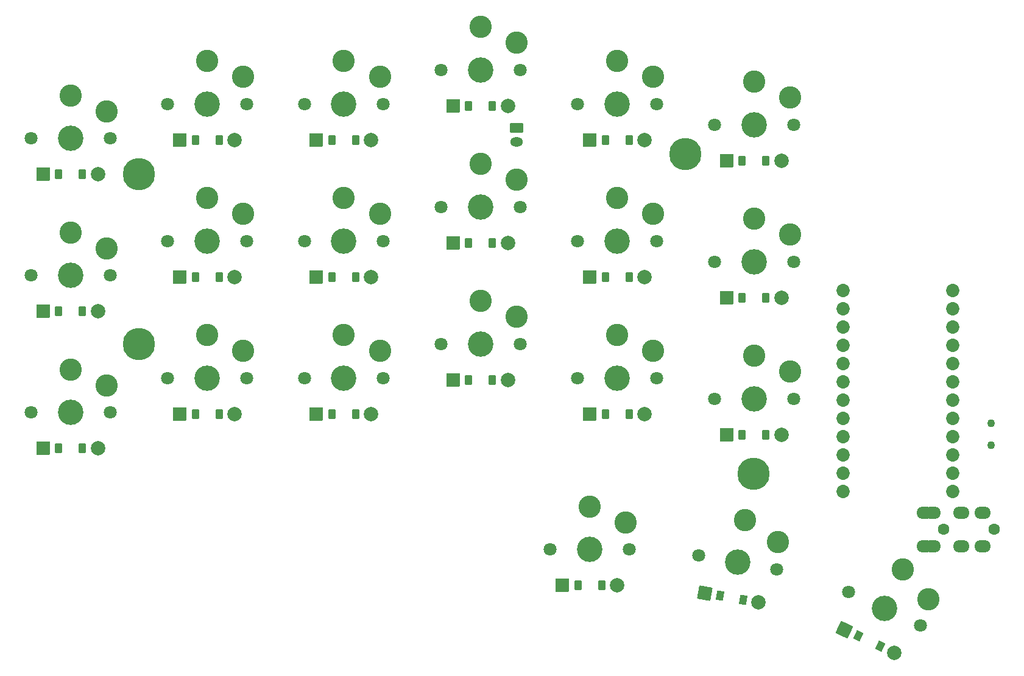
<source format=gbr>
%TF.GenerationSoftware,KiCad,Pcbnew,7.0.9*%
%TF.CreationDate,2024-08-18T04:48:21-07:00*%
%TF.ProjectId,left,6c656674-2e6b-4696-9361-645f70636258,v1.0.0*%
%TF.SameCoordinates,Original*%
%TF.FileFunction,Soldermask,Top*%
%TF.FilePolarity,Negative*%
%FSLAX46Y46*%
G04 Gerber Fmt 4.6, Leading zero omitted, Abs format (unit mm)*
G04 Created by KiCad (PCBNEW 7.0.9) date 2024-08-18 04:48:21*
%MOMM*%
%LPD*%
G01*
G04 APERTURE LIST*
G04 Aperture macros list*
%AMRoundRect*
0 Rectangle with rounded corners*
0 $1 Rounding radius*
0 $2 $3 $4 $5 $6 $7 $8 $9 X,Y pos of 4 corners*
0 Add a 4 corners polygon primitive as box body*
4,1,4,$2,$3,$4,$5,$6,$7,$8,$9,$2,$3,0*
0 Add four circle primitives for the rounded corners*
1,1,$1+$1,$2,$3*
1,1,$1+$1,$4,$5*
1,1,$1+$1,$6,$7*
1,1,$1+$1,$8,$9*
0 Add four rect primitives between the rounded corners*
20,1,$1+$1,$2,$3,$4,$5,0*
20,1,$1+$1,$4,$5,$6,$7,0*
20,1,$1+$1,$6,$7,$8,$9,0*
20,1,$1+$1,$8,$9,$2,$3,0*%
G04 Aperture macros list end*
%ADD10C,1.100000*%
%ADD11C,1.801800*%
%ADD12C,3.100000*%
%ADD13C,3.529000*%
%ADD14RoundRect,0.050000X-0.889000X-0.889000X0.889000X-0.889000X0.889000X0.889000X-0.889000X0.889000X0*%
%ADD15RoundRect,0.050000X-0.450000X-0.600000X0.450000X-0.600000X0.450000X0.600000X-0.450000X0.600000X0*%
%ADD16C,2.005000*%
%ADD17RoundRect,0.050000X-1.181415X-0.430000X0.430000X-1.181415X1.181415X0.430000X-0.430000X1.181415X0*%
%ADD18RoundRect,0.050000X-0.661409X-0.353606X0.154268X-0.733963X0.661409X0.353606X-0.154268X0.733963X0*%
%ADD19C,1.600000*%
%ADD20O,2.300000X1.700000*%
%ADD21RoundRect,0.050000X-0.850000X0.600000X-0.850000X-0.600000X0.850000X-0.600000X0.850000X0.600000X0*%
%ADD22O,1.800000X1.300000*%
%ADD23C,0.800000*%
%ADD24C,4.500000*%
%ADD25RoundRect,0.050000X-1.029867X-0.721121X0.721121X-1.029867X1.029867X0.721121X-0.721121X1.029867X0*%
%ADD26RoundRect,0.050000X-0.547352X-0.512743X0.338975X-0.669026X0.547352X0.512743X-0.338975X0.669026X0*%
%ADD27C,1.852600*%
G04 APERTURE END LIST*
D10*
%TO.C,T1*%
X271449550Y-164352900D03*
X271449550Y-161352900D03*
%TD*%
D11*
%TO.C,S5*%
X137949550Y-140757900D03*
D12*
X143449550Y-134807900D03*
D13*
X143449550Y-140757900D03*
D12*
X148449550Y-137007900D03*
D11*
X148949550Y-140757900D03*
%TD*%
%TO.C,S1*%
X251598465Y-184759355D03*
D12*
X259097737Y-181691224D03*
D13*
X256583158Y-187083755D03*
D12*
X262699515Y-185798192D03*
D11*
X261567851Y-189408155D03*
%TD*%
D14*
%TO.C,D5*%
X139639550Y-145757900D03*
D15*
X141799550Y-145757900D03*
X145099550Y-145757900D03*
D16*
X147259550Y-145757900D03*
%TD*%
D17*
%TO.C,D1*%
X251017034Y-190005118D03*
D18*
X252974659Y-190917974D03*
X255965475Y-192312614D03*
D16*
X257923100Y-193225470D03*
%TD*%
D11*
%TO.C,S20*%
X232949550Y-138852900D03*
D12*
X238449550Y-132902900D03*
D13*
X238449550Y-138852900D03*
D12*
X243449550Y-135102900D03*
D11*
X243949550Y-138852900D03*
%TD*%
%TO.C,S8*%
X156949550Y-135995400D03*
D12*
X162449550Y-130045400D03*
D13*
X162449550Y-135995400D03*
D12*
X167449550Y-132245400D03*
D11*
X167949550Y-135995400D03*
%TD*%
D14*
%TO.C,D11*%
X177639550Y-140995400D03*
D15*
X179799550Y-140995400D03*
X183099550Y-140995400D03*
D16*
X185259550Y-140995400D03*
%TD*%
D19*
%TO.C,TRRS1*%
X271846350Y-176100700D03*
X264846350Y-176100700D03*
D20*
X262146350Y-173800700D03*
X262146350Y-178400700D03*
X263246350Y-173800700D03*
X263246350Y-178400700D03*
X267246350Y-173800700D03*
X267246350Y-178400700D03*
X270246350Y-173800700D03*
X270246350Y-178400700D03*
%TD*%
D21*
%TO.C,JST1*%
X205449550Y-120232900D03*
D22*
X205449550Y-122232900D03*
%TD*%
D14*
%TO.C,D10*%
X177639550Y-160045400D03*
D15*
X179799550Y-160045400D03*
X183099550Y-160045400D03*
D16*
X185259550Y-160045400D03*
%TD*%
D14*
%TO.C,D4*%
X139639550Y-164807900D03*
D15*
X141799550Y-164807900D03*
X145099550Y-164807900D03*
D16*
X147259550Y-164807900D03*
%TD*%
D11*
%TO.C,S10*%
X175949550Y-155045400D03*
D12*
X181449550Y-149095400D03*
D13*
X181449550Y-155045400D03*
D12*
X186449550Y-151295400D03*
D11*
X186949550Y-155045400D03*
%TD*%
D14*
%TO.C,D12*%
X177639550Y-121945400D03*
D15*
X179799550Y-121945400D03*
X183099550Y-121945400D03*
D16*
X185259550Y-121945400D03*
%TD*%
D11*
%TO.C,S2*%
X230782400Y-179701540D03*
D12*
X237232050Y-174796999D03*
D13*
X236198843Y-180656605D03*
D12*
X241774062Y-177831817D03*
D11*
X241615286Y-181611670D03*
%TD*%
D14*
%TO.C,D20*%
X234639550Y-143852900D03*
D15*
X236799550Y-143852900D03*
X240099550Y-143852900D03*
D16*
X242259550Y-143852900D03*
%TD*%
D11*
%TO.C,S3*%
X210139550Y-178857900D03*
D12*
X215639550Y-172907900D03*
D13*
X215639550Y-178857900D03*
D12*
X220639550Y-175107900D03*
D11*
X221139550Y-178857900D03*
%TD*%
D14*
%TO.C,D16*%
X215639550Y-160045400D03*
D15*
X217799550Y-160045400D03*
X221099550Y-160045400D03*
D16*
X223259550Y-160045400D03*
%TD*%
D11*
%TO.C,S17*%
X213949550Y-135995400D03*
D12*
X219449550Y-130045400D03*
D13*
X219449550Y-135995400D03*
D12*
X224449550Y-132245400D03*
D11*
X224949550Y-135995400D03*
%TD*%
D14*
%TO.C,D21*%
X234639550Y-124802900D03*
D15*
X236799550Y-124802900D03*
X240099550Y-124802900D03*
D16*
X242259550Y-124802900D03*
%TD*%
D14*
%TO.C,D19*%
X234639550Y-162902900D03*
D15*
X236799550Y-162902900D03*
X240099550Y-162902900D03*
D16*
X242259550Y-162902900D03*
%TD*%
D23*
%TO.C,_2*%
X151299550Y-150307900D03*
X151782824Y-149141174D03*
X151782824Y-151474626D03*
X152949550Y-148657900D03*
D24*
X152949550Y-150307900D03*
D23*
X152949550Y-151957900D03*
X154116276Y-149141174D03*
X154116276Y-151474626D03*
X154599550Y-150307900D03*
%TD*%
D11*
%TO.C,S12*%
X175949550Y-116945400D03*
D12*
X181449550Y-110995400D03*
D13*
X181449550Y-116945400D03*
D12*
X186449550Y-113195400D03*
D11*
X186949550Y-116945400D03*
%TD*%
%TO.C,S9*%
X156949550Y-116945400D03*
D12*
X162449550Y-110995400D03*
D13*
X162449550Y-116945400D03*
D12*
X167449550Y-113195400D03*
D11*
X167949550Y-116945400D03*
%TD*%
D23*
%TO.C,_3*%
X227299550Y-123945400D03*
X227782824Y-122778674D03*
X227782824Y-125112126D03*
X228949550Y-122295400D03*
D24*
X228949550Y-123945400D03*
D23*
X228949550Y-125595400D03*
X230116276Y-122778674D03*
X230116276Y-125112126D03*
X230599550Y-123945400D03*
%TD*%
D14*
%TO.C,D15*%
X196639550Y-117182900D03*
D15*
X198799550Y-117182900D03*
X202099550Y-117182900D03*
D16*
X204259550Y-117182900D03*
%TD*%
D23*
%TO.C,_4*%
X236744512Y-168059989D03*
X237423044Y-166994907D03*
X237017844Y-169292909D03*
X238655964Y-166721575D03*
D24*
X238369445Y-168346508D03*
D23*
X238082926Y-169971441D03*
X239721046Y-167400107D03*
X239315846Y-169698109D03*
X239994378Y-168633027D03*
%TD*%
D11*
%TO.C,S6*%
X137949550Y-121707900D03*
D12*
X143449550Y-115757900D03*
D13*
X143449550Y-121707900D03*
D12*
X148449550Y-117957900D03*
D11*
X148949550Y-121707900D03*
%TD*%
%TO.C,S7*%
X167949550Y-155045400D03*
D12*
X167449550Y-151295400D03*
D13*
X162449550Y-155045400D03*
D12*
X162449550Y-149095400D03*
D11*
X156949550Y-155045400D03*
%TD*%
%TO.C,S14*%
X194949550Y-131232900D03*
D12*
X200449550Y-125282900D03*
D13*
X200449550Y-131232900D03*
D12*
X205449550Y-127482900D03*
D11*
X205949550Y-131232900D03*
%TD*%
D14*
%TO.C,D17*%
X215639550Y-140995400D03*
D15*
X217799550Y-140995400D03*
X221099550Y-140995400D03*
D16*
X223259550Y-140995400D03*
%TD*%
D14*
%TO.C,D8*%
X158639550Y-140995400D03*
D15*
X160799550Y-140995400D03*
X164099550Y-140995400D03*
D16*
X166259550Y-140995400D03*
%TD*%
D25*
%TO.C,D2*%
X231578484Y-184919044D03*
D26*
X233705669Y-185294125D03*
X236955535Y-185867163D03*
D16*
X239082720Y-186242244D03*
%TD*%
D11*
%TO.C,S13*%
X194949550Y-150282900D03*
D12*
X200449550Y-144332900D03*
D13*
X200449550Y-150282900D03*
D12*
X205449550Y-146532900D03*
D11*
X205949550Y-150282900D03*
%TD*%
%TO.C,S11*%
X175949550Y-135995400D03*
D12*
X181449550Y-130045400D03*
D13*
X181449550Y-135995400D03*
D12*
X186449550Y-132245400D03*
D11*
X186949550Y-135995400D03*
%TD*%
%TO.C,S4*%
X137949550Y-159807900D03*
D12*
X143449550Y-153857900D03*
D13*
X143449550Y-159807900D03*
D12*
X148449550Y-156057900D03*
D11*
X148949550Y-159807900D03*
%TD*%
D14*
%TO.C,D3*%
X211829550Y-183857900D03*
D15*
X213989550Y-183857900D03*
X217289550Y-183857900D03*
D16*
X219449550Y-183857900D03*
%TD*%
D11*
%TO.C,S21*%
X232949550Y-119802900D03*
D12*
X238449550Y-113852900D03*
D13*
X238449550Y-119802900D03*
D12*
X243449550Y-116052900D03*
D11*
X243949550Y-119802900D03*
%TD*%
%TO.C,S16*%
X213949550Y-155045400D03*
D12*
X219449550Y-149095400D03*
D13*
X219449550Y-155045400D03*
D12*
X224449550Y-151295400D03*
D11*
X224949550Y-155045400D03*
%TD*%
D14*
%TO.C,D6*%
X139639550Y-126707900D03*
D15*
X141799550Y-126707900D03*
X145099550Y-126707900D03*
D16*
X147259550Y-126707900D03*
%TD*%
D11*
%TO.C,S18*%
X213949550Y-116945400D03*
D12*
X219449550Y-110995400D03*
D13*
X219449550Y-116945400D03*
D12*
X224449550Y-113195400D03*
D11*
X224949550Y-116945400D03*
%TD*%
D27*
%TO.C,MCU1*%
X250829550Y-142882900D03*
X250829550Y-145422900D03*
X250829550Y-147962900D03*
X250829550Y-150502900D03*
X250829550Y-153042900D03*
X250829550Y-155582900D03*
X250829550Y-158122900D03*
X250829550Y-160662900D03*
X250829550Y-163202900D03*
X250829550Y-165742900D03*
X250829550Y-168282900D03*
X250829550Y-170822900D03*
X266069550Y-170822900D03*
X266069550Y-168282900D03*
X266069550Y-165742900D03*
X266069550Y-163202900D03*
X266069550Y-160662900D03*
X266069550Y-158122900D03*
X266069550Y-155582900D03*
X266069550Y-153042900D03*
X266069550Y-150502900D03*
X266069550Y-147962900D03*
X266069550Y-145422900D03*
X266069550Y-142882900D03*
%TD*%
D14*
%TO.C,D9*%
X158639550Y-121945400D03*
D15*
X160799550Y-121945400D03*
X164099550Y-121945400D03*
D16*
X166259550Y-121945400D03*
%TD*%
D11*
%TO.C,S15*%
X194949550Y-112182900D03*
D12*
X200449550Y-106232900D03*
D13*
X200449550Y-112182900D03*
D12*
X205449550Y-108432900D03*
D11*
X205949550Y-112182900D03*
%TD*%
D14*
%TO.C,D18*%
X215639550Y-121945400D03*
D15*
X217799550Y-121945400D03*
X221099550Y-121945400D03*
D16*
X223259550Y-121945400D03*
%TD*%
D14*
%TO.C,D13*%
X196639550Y-155282900D03*
D15*
X198799550Y-155282900D03*
X202099550Y-155282900D03*
D16*
X204259550Y-155282900D03*
%TD*%
D14*
%TO.C,D14*%
X196639550Y-136232900D03*
D15*
X198799550Y-136232900D03*
X202099550Y-136232900D03*
D16*
X204259550Y-136232900D03*
%TD*%
D11*
%TO.C,S19*%
X232949550Y-157902900D03*
D12*
X238449550Y-151952900D03*
D13*
X238449550Y-157902900D03*
D12*
X243449550Y-154152900D03*
D11*
X243949550Y-157902900D03*
%TD*%
D14*
%TO.C,D7*%
X158639550Y-160045400D03*
D15*
X160799550Y-160045400D03*
X164099550Y-160045400D03*
D16*
X166259550Y-160045400D03*
%TD*%
D23*
%TO.C,_1*%
X151299550Y-126707900D03*
X151782824Y-125541174D03*
X151782824Y-127874626D03*
X152949550Y-125057900D03*
D24*
X152949550Y-126707900D03*
D23*
X152949550Y-128357900D03*
X154116276Y-125541174D03*
X154116276Y-127874626D03*
X154599550Y-126707900D03*
%TD*%
M02*

</source>
